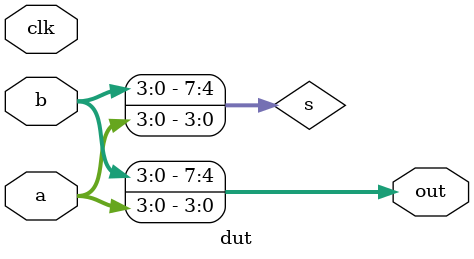
<source format=sv>
/* Generated by Synlig (git sha1 44d00f6f2, g++ 12.2.0-14 -fPIC -O3) */

(* top =  1  *)
(* src = "/root/synlig/synlig/tests/simple_tests/MultiDimHierPath4/dut.sv:1.1-19.10" *)
module dut(clk, a, b, out);
  (* src = "/root/synlig/synlig/tests/simple_tests/MultiDimHierPath4/dut.sv:3.23-3.24" *)
  input [3:0] a;
  wire [3:0] a;
  (* src = "/root/synlig/synlig/tests/simple_tests/MultiDimHierPath4/dut.sv:4.23-4.24" *)
  input [3:0] b;
  wire [3:0] b;
  (* src = "/root/synlig/synlig/tests/simple_tests/MultiDimHierPath4/dut.sv:2.17-2.20" *)
  input clk;
  wire clk;
  (* src = "/root/synlig/synlig/tests/simple_tests/MultiDimHierPath4/dut.sv:5.29-5.32" *)
  output [7:0] out;
  wire [7:0] out;
  (* src = "/root/synlig/synlig/tests/simple_tests/MultiDimHierPath4/dut.sv:12.9-12.10" *)
  (* wiretype = "\\s_t" *)
  wire [7:0] s;
  assign out = { b, a };
  assign s = { b, a };
endmodule

</source>
